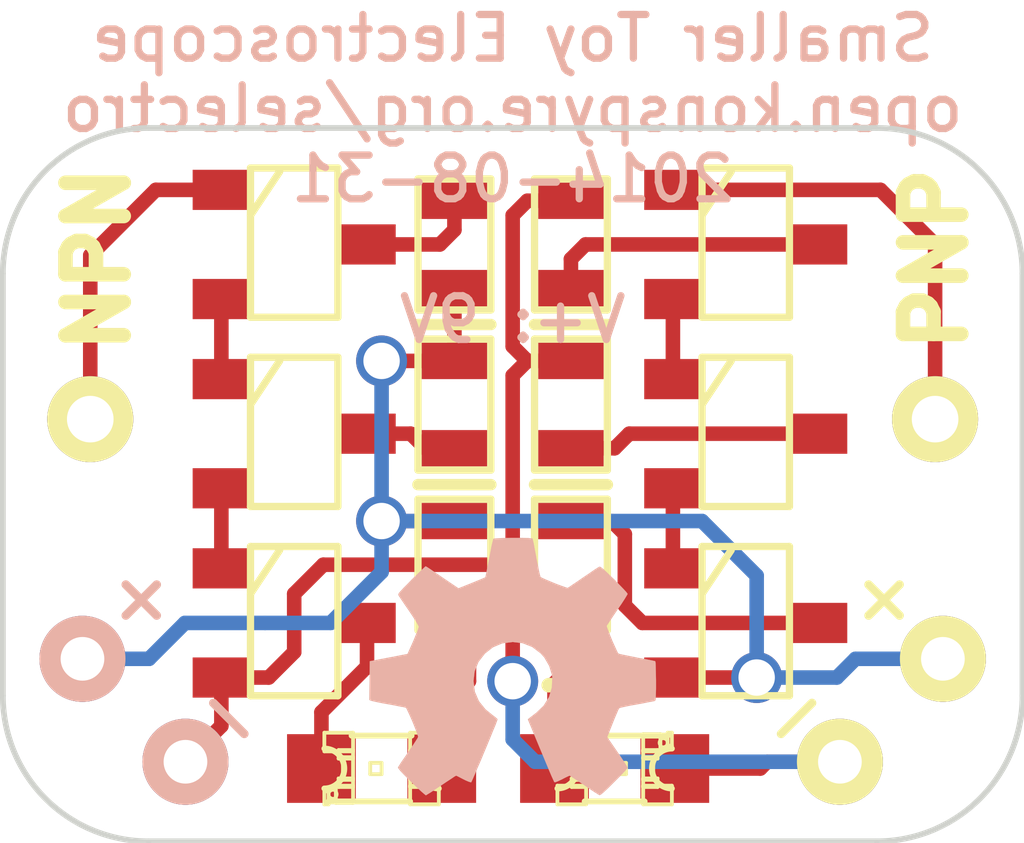
<source format=kicad_pcb>
(kicad_pcb (version 3) (host pcbnew "(2013-june-11)-stable")

  (general
    (links 24)
    (no_connects 0)
    (area 142.040823 168.6941 166.268288 185.778976)
    (thickness 1.6)
    (drawings 17)
    (tracks 79)
    (zones 0)
    (modules 19)
    (nets 17)
  )

  (page A3)
  (layers
    (15 F.Cu signal)
    (0 B.Cu signal)
    (16 B.Adhes user)
    (17 F.Adhes user)
    (18 B.Paste user)
    (19 F.Paste user)
    (20 B.SilkS user)
    (21 F.SilkS user)
    (22 B.Mask user)
    (23 F.Mask user)
    (24 Dwgs.User user)
    (25 Cmts.User user)
    (26 Eco1.User user)
    (27 Eco2.User user hide)
    (28 Edge.Cuts user)
  )

  (setup
    (last_trace_width 0.254)
    (user_trace_width 0.1524)
    (user_trace_width 0.1778)
    (user_trace_width 0.2032)
    (user_trace_width 0.2286)
    (user_trace_width 0.254)
    (trace_clearance 0.1524)
    (zone_clearance 0.1524)
    (zone_45_only no)
    (trace_min 0.1524)
    (segment_width 0.2)
    (edge_width 0.1)
    (via_size 0.889)
    (via_drill 0.635)
    (via_min_size 0.508)
    (via_min_drill 0.3302)
    (uvia_size 0.508)
    (uvia_drill 0.127)
    (uvias_allowed no)
    (uvia_min_size 0.508)
    (uvia_min_drill 0.127)
    (pcb_text_width 0.3)
    (pcb_text_size 1.5 1.5)
    (mod_edge_width 0.15)
    (mod_text_size 1 1)
    (mod_text_width 0.15)
    (pad_size 3.048 3.048)
    (pad_drill 2.6924)
    (pad_to_mask_clearance 0)
    (aux_axis_origin 0 0)
    (visible_elements 7FFFFFBF)
    (pcbplotparams
      (layerselection 284196865)
      (usegerberextensions true)
      (excludeedgelayer true)
      (linewidth 0.150000)
      (plotframeref false)
      (viasonmask false)
      (mode 1)
      (useauxorigin false)
      (hpglpennumber 1)
      (hpglpenspeed 20)
      (hpglpendiameter 15)
      (hpglpenoverlay 2)
      (psnegative false)
      (psa4output false)
      (plotreference true)
      (plotvalue true)
      (plotothertext true)
      (plotinvisibletext false)
      (padsonsilk false)
      (subtractmaskfromsilk false)
      (outputformat 1)
      (mirror false)
      (drillshape 0)
      (scaleselection 1)
      (outputdirectory gerbers/))
  )

  (net 0 "")
  (net 1 GND)
  (net 2 N-000001)
  (net 3 N-0000011)
  (net 4 N-0000012)
  (net 5 N-0000013)
  (net 6 N-0000014)
  (net 7 N-0000015)
  (net 8 N-0000016)
  (net 9 N-000002)
  (net 10 N-000003)
  (net 11 N-000004)
  (net 12 N-000005)
  (net 13 N-000006)
  (net 14 N-000007)
  (net 15 N-000008)
  (net 16 VCC)

  (net_class Default "This is the default net class."
    (clearance 0.1524)
    (trace_width 0.254)
    (via_dia 0.889)
    (via_drill 0.635)
    (uvia_dia 0.508)
    (uvia_drill 0.127)
    (add_net "")
    (add_net GND)
    (add_net N-000001)
    (add_net N-0000011)
    (add_net N-0000012)
    (add_net N-0000013)
    (add_net N-0000014)
    (add_net N-0000015)
    (add_net N-0000016)
    (add_net N-000002)
    (add_net N-000003)
    (add_net N-000004)
    (add_net N-000005)
    (add_net N-000006)
    (add_net N-000007)
    (add_net N-000008)
    (add_net VCC)
  )

  (net_class Min ""
    (clearance 0.1524)
    (trace_width 0.1524)
    (via_dia 0.508)
    (via_drill 0.3302)
    (uvia_dia 0.508)
    (uvia_drill 0.127)
  )

  (module SOT23_INV (layer F.Cu) (tedit 5373038D) (tstamp 535F11DB)
    (at 158.75 174.244 270)
    (descr "SOT_23  PADS 1-2 inverted")
    (tags SOT23)
    (path /52E1F1BD)
    (attr smd)
    (fp_text reference Q5 (at 0 -3.302 360) (layer F.SilkS) hide
      (effects (font (size 0.762 0.762) (thickness 0.127)))
    )
    (fp_text value 2N3906 (at -4.826 -2.54 360) (layer F.SilkS) hide
      (effects (font (size 1.016 1.016) (thickness 0.127)))
    )
    (fp_line (start -0.508 0.762) (end -1.27 0.254) (layer F.SilkS) (width 0.127))
    (fp_line (start 1.27 0.762) (end -1.3335 0.762) (layer F.SilkS) (width 0.127))
    (fp_line (start -1.3335 0.762) (end -1.3335 -0.762) (layer F.SilkS) (width 0.127))
    (fp_line (start -1.3335 -0.762) (end 1.27 -0.762) (layer F.SilkS) (width 0.127))
    (fp_line (start 1.27 -0.762) (end 1.27 0.762) (layer F.SilkS) (width 0.127))
    (pad 3 smd rect (at 0 -1.27 270) (size 0.70104 1.00076)
      (layers F.Cu F.Paste F.Mask)
      (net 5 N-0000013)
    )
    (pad 1 smd rect (at 0.9525 1.27 270) (size 0.70104 1.00076)
      (layers F.Cu F.Paste F.Mask)
      (net 8 N-0000016)
    )
    (pad 2 smd rect (at -0.9525 1.27 270) (size 0.70104 1.00076)
      (layers F.Cu F.Paste F.Mask)
      (net 4 N-0000012)
    )
    (model smd/SOT23_6.wrl
      (at (xyz 0 0 0))
      (scale (xyz 0.11 0.11 0.11))
      (rotate (xyz 0 0 -180))
    )
  )

  (module SOT23_INV (layer F.Cu) (tedit 5373038A) (tstamp 535F11E8)
    (at 150.876 174.244 270)
    (descr "SOT_23  PADS 1-2 inverted")
    (tags SOT23)
    (path /52E1F09D)
    (attr smd)
    (fp_text reference Q2 (at 0 3.048 360) (layer F.SilkS) hide
      (effects (font (size 0.762 0.762) (thickness 0.127)))
    )
    (fp_text value 2N3904 (at -4.826 3.048 360) (layer F.SilkS) hide
      (effects (font (size 1.016 1.016) (thickness 0.127)))
    )
    (fp_line (start -0.508 0.762) (end -1.27 0.254) (layer F.SilkS) (width 0.127))
    (fp_line (start 1.27 0.762) (end -1.3335 0.762) (layer F.SilkS) (width 0.127))
    (fp_line (start -1.3335 0.762) (end -1.3335 -0.762) (layer F.SilkS) (width 0.127))
    (fp_line (start -1.3335 -0.762) (end 1.27 -0.762) (layer F.SilkS) (width 0.127))
    (fp_line (start 1.27 -0.762) (end 1.27 0.762) (layer F.SilkS) (width 0.127))
    (pad 3 smd rect (at 0 -1.27 270) (size 0.70104 1.00076)
      (layers F.Cu F.Paste F.Mask)
      (net 13 N-000006)
    )
    (pad 1 smd rect (at 0.9525 1.27 270) (size 0.70104 1.00076)
      (layers F.Cu F.Paste F.Mask)
      (net 12 N-000005)
    )
    (pad 2 smd rect (at -0.9525 1.27 270) (size 0.70104 1.00076)
      (layers F.Cu F.Paste F.Mask)
      (net 2 N-000001)
    )
    (model smd/SOT23_6.wrl
      (at (xyz 0 0 0))
      (scale (xyz 0.11 0.11 0.11))
      (rotate (xyz 0 0 -180))
    )
  )

  (module SOT23_INV (layer F.Cu) (tedit 532E4513) (tstamp 531CF5C4)
    (at 150.876 180.848 270)
    (descr "SOT_23  PADS 1-2 inverted")
    (tags SOT23)
    (path /52E1F1C9)
    (attr smd)
    (fp_text reference Q6 (at 0 3.302 360) (layer F.SilkS) hide
      (effects (font (size 0.762 0.762) (thickness 0.127)))
    )
    (fp_text value 2N3904 (at -1.016 3.302 360) (layer F.SilkS) hide
      (effects (font (size 0.381 0.381) (thickness 0.0762)))
    )
    (fp_line (start -0.508 0.762) (end -1.27 0.254) (layer F.SilkS) (width 0.127))
    (fp_line (start 1.27 0.762) (end -1.3335 0.762) (layer F.SilkS) (width 0.127))
    (fp_line (start -1.3335 0.762) (end -1.3335 -0.762) (layer F.SilkS) (width 0.127))
    (fp_line (start -1.3335 -0.762) (end 1.27 -0.762) (layer F.SilkS) (width 0.127))
    (fp_line (start 1.27 -0.762) (end 1.27 0.762) (layer F.SilkS) (width 0.127))
    (pad 3 smd rect (at 0 -1.27 270) (size 0.70104 1.00076)
      (layers F.Cu F.Paste F.Mask)
      (net 15 N-000008)
    )
    (pad 1 smd rect (at 0.9525 1.27 270) (size 0.70104 1.00076)
      (layers F.Cu F.Paste F.Mask)
      (net 1 GND)
    )
    (pad 2 smd rect (at -0.9525 1.27 270) (size 0.70104 1.00076)
      (layers F.Cu F.Paste F.Mask)
      (net 11 N-000004)
    )
    (model smd/SOT23_6.wrl
      (at (xyz 0 0 0))
      (scale (xyz 0.11 0.11 0.11))
      (rotate (xyz 0 0 -180))
    )
  )

  (module SOT23_INV (layer F.Cu) (tedit 532E450C) (tstamp 531CF5B7)
    (at 150.876 177.546 270)
    (descr "SOT_23  PADS 1-2 inverted")
    (tags SOT23)
    (path /52E1F1C3)
    (attr smd)
    (fp_text reference Q4 (at 0 3.302 360) (layer F.SilkS) hide
      (effects (font (size 0.762 0.762) (thickness 0.127)))
    )
    (fp_text value 2N3904 (at -1.016 3.302 360) (layer F.SilkS) hide
      (effects (font (size 0.381 0.381) (thickness 0.0762)))
    )
    (fp_line (start -0.508 0.762) (end -1.27 0.254) (layer F.SilkS) (width 0.127))
    (fp_line (start 1.27 0.762) (end -1.3335 0.762) (layer F.SilkS) (width 0.127))
    (fp_line (start -1.3335 0.762) (end -1.3335 -0.762) (layer F.SilkS) (width 0.127))
    (fp_line (start -1.3335 -0.762) (end 1.27 -0.762) (layer F.SilkS) (width 0.127))
    (fp_line (start 1.27 -0.762) (end 1.27 0.762) (layer F.SilkS) (width 0.127))
    (pad 3 smd rect (at 0 -1.27 270) (size 0.70104 1.00076)
      (layers F.Cu F.Paste F.Mask)
      (net 10 N-000003)
    )
    (pad 1 smd rect (at 0.9525 1.27 270) (size 0.70104 1.00076)
      (layers F.Cu F.Paste F.Mask)
      (net 11 N-000004)
    )
    (pad 2 smd rect (at -0.9525 1.27 270) (size 0.70104 1.00076)
      (layers F.Cu F.Paste F.Mask)
      (net 12 N-000005)
    )
    (model smd/SOT23_6.wrl
      (at (xyz 0 0 0))
      (scale (xyz 0.11 0.11 0.11))
      (rotate (xyz 0 0 -180))
    )
  )

  (module SOT23_INV (layer F.Cu) (tedit 532E4504) (tstamp 52F8C7E0)
    (at 158.75 177.546 270)
    (descr "SOT_23  PADS 1-2 inverted")
    (tags SOT23)
    (path /52E1F1B7)
    (attr smd)
    (fp_text reference Q3 (at 0 -3.302 360) (layer F.SilkS) hide
      (effects (font (size 0.762 0.762) (thickness 0.127)))
    )
    (fp_text value 2N3906 (at -1.016 -3.302 360) (layer F.SilkS) hide
      (effects (font (size 0.508 0.508) (thickness 0.127)))
    )
    (fp_line (start -0.508 0.762) (end -1.27 0.254) (layer F.SilkS) (width 0.127))
    (fp_line (start 1.27 0.762) (end -1.3335 0.762) (layer F.SilkS) (width 0.127))
    (fp_line (start -1.3335 0.762) (end -1.3335 -0.762) (layer F.SilkS) (width 0.127))
    (fp_line (start -1.3335 -0.762) (end 1.27 -0.762) (layer F.SilkS) (width 0.127))
    (fp_line (start 1.27 -0.762) (end 1.27 0.762) (layer F.SilkS) (width 0.127))
    (pad 3 smd rect (at 0 -1.27 270) (size 0.70104 1.00076)
      (layers F.Cu F.Paste F.Mask)
      (net 6 N-0000014)
    )
    (pad 1 smd rect (at 0.9525 1.27 270) (size 0.70104 1.00076)
      (layers F.Cu F.Paste F.Mask)
      (net 9 N-000002)
    )
    (pad 2 smd rect (at -0.9525 1.27 270) (size 0.70104 1.00076)
      (layers F.Cu F.Paste F.Mask)
      (net 8 N-0000016)
    )
    (model smd/SOT23_6.wrl
      (at (xyz 0 0 0))
      (scale (xyz 0.11 0.11 0.11))
      (rotate (xyz 0 0 -180))
    )
  )

  (module SOT23_INV (layer F.Cu) (tedit 532E4501) (tstamp 52F8C7ED)
    (at 158.75 180.848 270)
    (descr "SOT_23  PADS 1-2 inverted")
    (tags SOT23)
    (path /52E1F08E)
    (attr smd)
    (fp_text reference Q1 (at 0 -3.302 360) (layer F.SilkS) hide
      (effects (font (size 0.762 0.762) (thickness 0.127)))
    )
    (fp_text value 2N3906 (at -1.016 -3.302 360) (layer F.SilkS) hide
      (effects (font (size 0.508 0.508) (thickness 0.127)))
    )
    (fp_line (start -0.508 0.762) (end -1.27 0.254) (layer F.SilkS) (width 0.127))
    (fp_line (start 1.27 0.762) (end -1.3335 0.762) (layer F.SilkS) (width 0.127))
    (fp_line (start -1.3335 0.762) (end -1.3335 -0.762) (layer F.SilkS) (width 0.127))
    (fp_line (start -1.3335 -0.762) (end 1.27 -0.762) (layer F.SilkS) (width 0.127))
    (fp_line (start 1.27 -0.762) (end 1.27 0.762) (layer F.SilkS) (width 0.127))
    (pad 3 smd rect (at 0 -1.27 270) (size 0.70104 1.00076)
      (layers F.Cu F.Paste F.Mask)
      (net 7 N-0000015)
    )
    (pad 1 smd rect (at 0.9525 1.27 270) (size 0.70104 1.00076)
      (layers F.Cu F.Paste F.Mask)
      (net 16 VCC)
    )
    (pad 2 smd rect (at -0.9525 1.27 270) (size 0.70104 1.00076)
      (layers F.Cu F.Paste F.Mask)
      (net 9 N-000002)
    )
    (model smd/SOT23_6.wrl
      (at (xyz 0 0 0))
      (scale (xyz 0.11 0.11 0.11))
      (rotate (xyz 0 0 -180))
    )
  )

  (module SM0603 (layer F.Cu) (tedit 53F27B67) (tstamp 53492670)
    (at 153.67 179.832 270)
    (path /52E1F1AB)
    (attr smd)
    (fp_text reference R6 (at 0 2.159 270) (layer F.SilkS) hide
      (effects (font (size 0.762 0.762) (thickness 0.1143)))
    )
    (fp_text value 100Ω (at -2.032 1.27 270) (layer F.SilkS) hide
      (effects (font (size 0.762 0.762) (thickness 0.1905)))
    )
    (fp_line (start -1.143 -0.635) (end 1.143 -0.635) (layer F.SilkS) (width 0.127))
    (fp_line (start 1.143 -0.635) (end 1.143 0.635) (layer F.SilkS) (width 0.127))
    (fp_line (start 1.143 0.635) (end -1.143 0.635) (layer F.SilkS) (width 0.127))
    (fp_line (start -1.143 0.635) (end -1.143 -0.635) (layer F.SilkS) (width 0.127))
    (pad 1 smd rect (at -0.762 0 270) (size 0.635 1.143)
      (layers F.Cu F.Paste F.Mask)
      (net 16 VCC)
    )
    (pad 2 smd rect (at 0.762 0 270) (size 0.635 1.143)
      (layers F.Cu F.Paste F.Mask)
      (net 3 N-0000011)
    )
    (model smd\resistors\R0603.wrl
      (at (xyz 0 0 0.001))
      (scale (xyz 0.5 0.5 0.5))
      (rotate (xyz 0 0 0))
    )
  )

  (module SM0603 (layer F.Cu) (tedit 53F27B63) (tstamp 52F87D77)
    (at 153.67 177.038 270)
    (path /52E1F1A5)
    (attr smd)
    (fp_text reference R4 (at 0 2.159 270) (layer F.SilkS) hide
      (effects (font (size 0.762 0.762) (thickness 0.1143)))
    )
    (fp_text value 100KΩ (at -2.032 1.27 270) (layer F.SilkS) hide
      (effects (font (size 0.762 0.762) (thickness 0.1905)))
    )
    (fp_line (start -1.143 -0.635) (end 1.143 -0.635) (layer F.SilkS) (width 0.127))
    (fp_line (start 1.143 -0.635) (end 1.143 0.635) (layer F.SilkS) (width 0.127))
    (fp_line (start 1.143 0.635) (end -1.143 0.635) (layer F.SilkS) (width 0.127))
    (fp_line (start -1.143 0.635) (end -1.143 -0.635) (layer F.SilkS) (width 0.127))
    (pad 1 smd rect (at -0.762 0 270) (size 0.635 1.143)
      (layers F.Cu F.Paste F.Mask)
      (net 16 VCC)
    )
    (pad 2 smd rect (at 0.762 0 270) (size 0.635 1.143)
      (layers F.Cu F.Paste F.Mask)
      (net 10 N-000003)
    )
    (model smd\resistors\R0603.wrl
      (at (xyz 0 0 0.001))
      (scale (xyz 0.5 0.5 0.5))
      (rotate (xyz 0 0 0))
    )
  )

  (module SM0603 (layer F.Cu) (tedit 53F27B6A) (tstamp 52F87D81)
    (at 153.67 174.244 90)
    (path /52E1F19F)
    (attr smd)
    (fp_text reference R2 (at 0 2.032 90) (layer F.SilkS) hide
      (effects (font (size 0.762 0.762) (thickness 0.1143)))
    )
    (fp_text value 1MΩ (at -1.905 1.27 90) (layer F.SilkS) hide
      (effects (font (size 0.762 0.762) (thickness 0.1905)))
    )
    (fp_line (start -1.143 -0.635) (end 1.143 -0.635) (layer F.SilkS) (width 0.127))
    (fp_line (start 1.143 -0.635) (end 1.143 0.635) (layer F.SilkS) (width 0.127))
    (fp_line (start 1.143 0.635) (end -1.143 0.635) (layer F.SilkS) (width 0.127))
    (fp_line (start -1.143 0.635) (end -1.143 -0.635) (layer F.SilkS) (width 0.127))
    (pad 1 smd rect (at -0.762 0 90) (size 0.635 1.143)
      (layers F.Cu F.Paste F.Mask)
      (net 16 VCC)
    )
    (pad 2 smd rect (at 0.762 0 90) (size 0.635 1.143)
      (layers F.Cu F.Paste F.Mask)
      (net 13 N-000006)
    )
    (model smd\resistors\R0603.wrl
      (at (xyz 0 0 0.001))
      (scale (xyz 0.5 0.5 0.5))
      (rotate (xyz 0 0 0))
    )
  )

  (module SM0603 (layer F.Cu) (tedit 53492647) (tstamp 52F87D8B)
    (at 155.702 179.832 270)
    (path /52E1F199)
    (attr smd)
    (fp_text reference R1 (at 0 2.159 270) (layer F.SilkS) hide
      (effects (font (size 0.762 0.762) (thickness 0.1143)))
    )
    (fp_text value 100Ω (at 0 1.27 270) (layer F.SilkS) hide
      (effects (font (size 0.762 0.762) (thickness 0.1143)))
    )
    (fp_line (start -1.143 -0.635) (end 1.143 -0.635) (layer F.SilkS) (width 0.127))
    (fp_line (start 1.143 -0.635) (end 1.143 0.635) (layer F.SilkS) (width 0.127))
    (fp_line (start 1.143 0.635) (end -1.143 0.635) (layer F.SilkS) (width 0.127))
    (fp_line (start -1.143 0.635) (end -1.143 -0.635) (layer F.SilkS) (width 0.127))
    (pad 1 smd rect (at -0.762 0 270) (size 0.635 1.143)
      (layers F.Cu F.Paste F.Mask)
      (net 7 N-0000015)
    )
    (pad 2 smd rect (at 0.762 0 270) (size 0.635 1.143)
      (layers F.Cu F.Paste F.Mask)
      (net 14 N-000007)
    )
    (model smd\resistors\R0603.wrl
      (at (xyz 0 0 0.001))
      (scale (xyz 0.5 0.5 0.5))
      (rotate (xyz 0 0 0))
    )
  )

  (module SM0603 (layer F.Cu) (tedit 53492641) (tstamp 52F87D95)
    (at 155.702 177.038 90)
    (path /52E1F193)
    (attr smd)
    (fp_text reference R3 (at 0 2.159 90) (layer F.SilkS) hide
      (effects (font (size 0.762 0.762) (thickness 0.1143)))
    )
    (fp_text value 100KΩ (at 0 1.27 90) (layer F.SilkS) hide
      (effects (font (size 0.762 0.762) (thickness 0.1143)))
    )
    (fp_line (start -1.143 -0.635) (end 1.143 -0.635) (layer F.SilkS) (width 0.127))
    (fp_line (start 1.143 -0.635) (end 1.143 0.635) (layer F.SilkS) (width 0.127))
    (fp_line (start 1.143 0.635) (end -1.143 0.635) (layer F.SilkS) (width 0.127))
    (fp_line (start -1.143 0.635) (end -1.143 -0.635) (layer F.SilkS) (width 0.127))
    (pad 1 smd rect (at -0.762 0 90) (size 0.635 1.143)
      (layers F.Cu F.Paste F.Mask)
      (net 6 N-0000014)
    )
    (pad 2 smd rect (at 0.762 0 90) (size 0.635 1.143)
      (layers F.Cu F.Paste F.Mask)
      (net 1 GND)
    )
    (model smd\resistors\R0603.wrl
      (at (xyz 0 0 0.001))
      (scale (xyz 0.5 0.5 0.5))
      (rotate (xyz 0 0 0))
    )
  )

  (module SM0603 (layer F.Cu) (tedit 53492684) (tstamp 52F87D9F)
    (at 155.702 174.244 90)
    (path /52E1F0B9)
    (attr smd)
    (fp_text reference R5 (at 0 2.159 90) (layer F.SilkS) hide
      (effects (font (size 0.762 0.762) (thickness 0.1143)))
    )
    (fp_text value 1MΩ (at 0 1.143 90) (layer F.SilkS) hide
      (effects (font (size 0.508 0.4572) (thickness 0.1143)))
    )
    (fp_line (start -1.143 -0.635) (end 1.143 -0.635) (layer F.SilkS) (width 0.127))
    (fp_line (start 1.143 -0.635) (end 1.143 0.635) (layer F.SilkS) (width 0.127))
    (fp_line (start 1.143 0.635) (end -1.143 0.635) (layer F.SilkS) (width 0.127))
    (fp_line (start -1.143 0.635) (end -1.143 -0.635) (layer F.SilkS) (width 0.127))
    (pad 1 smd rect (at -0.762 0 90) (size 0.635 1.143)
      (layers F.Cu F.Paste F.Mask)
      (net 5 N-0000013)
    )
    (pad 2 smd rect (at 0.762 0 90) (size 0.635 1.143)
      (layers F.Cu F.Paste F.Mask)
      (net 1 GND)
    )
    (model smd\resistors\R0603.wrl
      (at (xyz 0 0 0.001))
      (scale (xyz 0.5 0.5 0.5))
      (rotate (xyz 0 0 0))
    )
  )

  (module ANT (layer F.Cu) (tedit 53F27CD3) (tstamp 52F88785)
    (at 162.052 177.292)
    (path /52E82164)
    (fp_text reference ANT2 (at 0 -3.048 90) (layer F.SilkS) hide
      (effects (font (size 1.016 1.016) (thickness 0.15)))
    )
    (fp_text value ANTENNA (at 0.1 2.2) (layer F.SilkS) hide
      (effects (font (size 1 1) (thickness 0.15)))
    )
    (pad 1 thru_hole circle (at 0 0) (size 1.5 1.5) (drill 0.8128)
      (layers *.Cu *.Mask F.SilkS)
      (net 4 N-0000012)
    )
  )

  (module ANT (layer F.Cu) (tedit 53F27CD5) (tstamp 52F8878A)
    (at 147.32 177.292)
    (path /52E82171)
    (fp_text reference ANT1 (at -2.794 -1.016) (layer F.SilkS) hide
      (effects (font (size 1.016 1.016) (thickness 0.15)))
    )
    (fp_text value ANTENNA (at 0.1 2.2) (layer F.SilkS) hide
      (effects (font (size 1 1) (thickness 0.15)))
    )
    (pad 1 thru_hole circle (at 0 0) (size 1.5 1.5) (drill 0.8128)
      (layers *.Cu *.Mask F.SilkS)
      (net 2 N-000001)
    )
  )

  (module LED-0805 (layer F.Cu) (tedit 535F14EE) (tstamp 535ECB17)
    (at 152.4 183.388 180)
    (descr "LED 0805 smd package")
    (tags "LED 0805 SMD")
    (path /52E1F0CA)
    (attr smd)
    (fp_text reference D2 (at 0.127 -1.397 180) (layer F.SilkS) hide
      (effects (font (size 0.762 0.762) (thickness 0.127)))
    )
    (fp_text value LED (at 0 1.27 180) (layer F.SilkS) hide
      (effects (font (size 0.762 0.762) (thickness 0.127)))
    )
    (fp_line (start 0.49784 0.29972) (end 0.49784 0.62484) (layer F.SilkS) (width 0.06604))
    (fp_line (start 0.49784 0.62484) (end 0.99822 0.62484) (layer F.SilkS) (width 0.06604))
    (fp_line (start 0.99822 0.29972) (end 0.99822 0.62484) (layer F.SilkS) (width 0.06604))
    (fp_line (start 0.49784 0.29972) (end 0.99822 0.29972) (layer F.SilkS) (width 0.06604))
    (fp_line (start 0.49784 -0.32258) (end 0.49784 -0.17272) (layer F.SilkS) (width 0.06604))
    (fp_line (start 0.49784 -0.17272) (end 0.7493 -0.17272) (layer F.SilkS) (width 0.06604))
    (fp_line (start 0.7493 -0.32258) (end 0.7493 -0.17272) (layer F.SilkS) (width 0.06604))
    (fp_line (start 0.49784 -0.32258) (end 0.7493 -0.32258) (layer F.SilkS) (width 0.06604))
    (fp_line (start 0.49784 0.17272) (end 0.49784 0.32258) (layer F.SilkS) (width 0.06604))
    (fp_line (start 0.49784 0.32258) (end 0.7493 0.32258) (layer F.SilkS) (width 0.06604))
    (fp_line (start 0.7493 0.17272) (end 0.7493 0.32258) (layer F.SilkS) (width 0.06604))
    (fp_line (start 0.49784 0.17272) (end 0.7493 0.17272) (layer F.SilkS) (width 0.06604))
    (fp_line (start 0.49784 -0.19812) (end 0.49784 0.19812) (layer F.SilkS) (width 0.06604))
    (fp_line (start 0.49784 0.19812) (end 0.6731 0.19812) (layer F.SilkS) (width 0.06604))
    (fp_line (start 0.6731 -0.19812) (end 0.6731 0.19812) (layer F.SilkS) (width 0.06604))
    (fp_line (start 0.49784 -0.19812) (end 0.6731 -0.19812) (layer F.SilkS) (width 0.06604))
    (fp_line (start -0.99822 0.29972) (end -0.99822 0.62484) (layer F.SilkS) (width 0.06604))
    (fp_line (start -0.99822 0.62484) (end -0.49784 0.62484) (layer F.SilkS) (width 0.06604))
    (fp_line (start -0.49784 0.29972) (end -0.49784 0.62484) (layer F.SilkS) (width 0.06604))
    (fp_line (start -0.99822 0.29972) (end -0.49784 0.29972) (layer F.SilkS) (width 0.06604))
    (fp_line (start -0.99822 -0.62484) (end -0.99822 -0.29972) (layer F.SilkS) (width 0.06604))
    (fp_line (start -0.99822 -0.29972) (end -0.49784 -0.29972) (layer F.SilkS) (width 0.06604))
    (fp_line (start -0.49784 -0.62484) (end -0.49784 -0.29972) (layer F.SilkS) (width 0.06604))
    (fp_line (start -0.99822 -0.62484) (end -0.49784 -0.62484) (layer F.SilkS) (width 0.06604))
    (fp_line (start -0.7493 0.17272) (end -0.7493 0.32258) (layer F.SilkS) (width 0.06604))
    (fp_line (start -0.7493 0.32258) (end -0.49784 0.32258) (layer F.SilkS) (width 0.06604))
    (fp_line (start -0.49784 0.17272) (end -0.49784 0.32258) (layer F.SilkS) (width 0.06604))
    (fp_line (start -0.7493 0.17272) (end -0.49784 0.17272) (layer F.SilkS) (width 0.06604))
    (fp_line (start -0.7493 -0.32258) (end -0.7493 -0.17272) (layer F.SilkS) (width 0.06604))
    (fp_line (start -0.7493 -0.17272) (end -0.49784 -0.17272) (layer F.SilkS) (width 0.06604))
    (fp_line (start -0.49784 -0.32258) (end -0.49784 -0.17272) (layer F.SilkS) (width 0.06604))
    (fp_line (start -0.7493 -0.32258) (end -0.49784 -0.32258) (layer F.SilkS) (width 0.06604))
    (fp_line (start -0.6731 -0.19812) (end -0.6731 0.19812) (layer F.SilkS) (width 0.06604))
    (fp_line (start -0.6731 0.19812) (end -0.49784 0.19812) (layer F.SilkS) (width 0.06604))
    (fp_line (start -0.49784 -0.19812) (end -0.49784 0.19812) (layer F.SilkS) (width 0.06604))
    (fp_line (start -0.6731 -0.19812) (end -0.49784 -0.19812) (layer F.SilkS) (width 0.06604))
    (fp_line (start 0 -0.09906) (end 0 0.09906) (layer F.SilkS) (width 0.06604))
    (fp_line (start 0 0.09906) (end 0.19812 0.09906) (layer F.SilkS) (width 0.06604))
    (fp_line (start 0.19812 -0.09906) (end 0.19812 0.09906) (layer F.SilkS) (width 0.06604))
    (fp_line (start 0 -0.09906) (end 0.19812 -0.09906) (layer F.SilkS) (width 0.06604))
    (fp_line (start 0.49784 -0.59944) (end 0.49784 -0.29972) (layer F.SilkS) (width 0.06604))
    (fp_line (start 0.49784 -0.29972) (end 0.79756 -0.29972) (layer F.SilkS) (width 0.06604))
    (fp_line (start 0.79756 -0.59944) (end 0.79756 -0.29972) (layer F.SilkS) (width 0.06604))
    (fp_line (start 0.49784 -0.59944) (end 0.79756 -0.59944) (layer F.SilkS) (width 0.06604))
    (fp_line (start 0.92456 -0.62484) (end 0.92456 -0.39878) (layer F.SilkS) (width 0.06604))
    (fp_line (start 0.92456 -0.39878) (end 0.99822 -0.39878) (layer F.SilkS) (width 0.06604))
    (fp_line (start 0.99822 -0.62484) (end 0.99822 -0.39878) (layer F.SilkS) (width 0.06604))
    (fp_line (start 0.92456 -0.62484) (end 0.99822 -0.62484) (layer F.SilkS) (width 0.06604))
    (fp_line (start 0.52324 0.57404) (end -0.52324 0.57404) (layer F.SilkS) (width 0.1016))
    (fp_line (start -0.49784 -0.57404) (end 0.92456 -0.57404) (layer F.SilkS) (width 0.1016))
    (fp_circle (center 0.84836 -0.44958) (end 0.89916 -0.50038) (layer F.SilkS) (width 0.0508))
    (fp_arc (start 0.99822 0) (end 0.99822 0.34798) (angle 180) (layer F.SilkS) (width 0.1016))
    (fp_arc (start -0.99822 0) (end -0.99822 -0.34798) (angle 180) (layer F.SilkS) (width 0.1016))
    (pad 1 smd rect (at -1.04902 0 180) (size 1.19888 1.19888)
      (layers F.Cu F.Paste F.Mask)
      (net 3 N-0000011)
    )
    (pad 2 smd rect (at 1.04902 0 180) (size 1.19888 1.19888)
      (layers F.Cu F.Paste F.Mask)
      (net 15 N-000008)
    )
  )

  (module LED-0805 (layer F.Cu) (tedit 535F14F2) (tstamp 535ECADB)
    (at 156.464 183.388)
    (descr "LED 0805 smd package")
    (tags "LED 0805 SMD")
    (path /52E1F1B1)
    (attr smd)
    (fp_text reference D1 (at 0.127 1.27) (layer F.SilkS) hide
      (effects (font (size 0.762 0.762) (thickness 0.127)))
    )
    (fp_text value LED (at 0 1.27) (layer F.SilkS) hide
      (effects (font (size 0.762 0.762) (thickness 0.127)))
    )
    (fp_line (start 0.49784 0.29972) (end 0.49784 0.62484) (layer F.SilkS) (width 0.06604))
    (fp_line (start 0.49784 0.62484) (end 0.99822 0.62484) (layer F.SilkS) (width 0.06604))
    (fp_line (start 0.99822 0.29972) (end 0.99822 0.62484) (layer F.SilkS) (width 0.06604))
    (fp_line (start 0.49784 0.29972) (end 0.99822 0.29972) (layer F.SilkS) (width 0.06604))
    (fp_line (start 0.49784 -0.32258) (end 0.49784 -0.17272) (layer F.SilkS) (width 0.06604))
    (fp_line (start 0.49784 -0.17272) (end 0.7493 -0.17272) (layer F.SilkS) (width 0.06604))
    (fp_line (start 0.7493 -0.32258) (end 0.7493 -0.17272) (layer F.SilkS) (width 0.06604))
    (fp_line (start 0.49784 -0.32258) (end 0.7493 -0.32258) (layer F.SilkS) (width 0.06604))
    (fp_line (start 0.49784 0.17272) (end 0.49784 0.32258) (layer F.SilkS) (width 0.06604))
    (fp_line (start 0.49784 0.32258) (end 0.7493 0.32258) (layer F.SilkS) (width 0.06604))
    (fp_line (start 0.7493 0.17272) (end 0.7493 0.32258) (layer F.SilkS) (width 0.06604))
    (fp_line (start 0.49784 0.17272) (end 0.7493 0.17272) (layer F.SilkS) (width 0.06604))
    (fp_line (start 0.49784 -0.19812) (end 0.49784 0.19812) (layer F.SilkS) (width 0.06604))
    (fp_line (start 0.49784 0.19812) (end 0.6731 0.19812) (layer F.SilkS) (width 0.06604))
    (fp_line (start 0.6731 -0.19812) (end 0.6731 0.19812) (layer F.SilkS) (width 0.06604))
    (fp_line (start 0.49784 -0.19812) (end 0.6731 -0.19812) (layer F.SilkS) (width 0.06604))
    (fp_line (start -0.99822 0.29972) (end -0.99822 0.62484) (layer F.SilkS) (width 0.06604))
    (fp_line (start -0.99822 0.62484) (end -0.49784 0.62484) (layer F.SilkS) (width 0.06604))
    (fp_line (start -0.49784 0.29972) (end -0.49784 0.62484) (layer F.SilkS) (width 0.06604))
    (fp_line (start -0.99822 0.29972) (end -0.49784 0.29972) (layer F.SilkS) (width 0.06604))
    (fp_line (start -0.99822 -0.62484) (end -0.99822 -0.29972) (layer F.SilkS) (width 0.06604))
    (fp_line (start -0.99822 -0.29972) (end -0.49784 -0.29972) (layer F.SilkS) (width 0.06604))
    (fp_line (start -0.49784 -0.62484) (end -0.49784 -0.29972) (layer F.SilkS) (width 0.06604))
    (fp_line (start -0.99822 -0.62484) (end -0.49784 -0.62484) (layer F.SilkS) (width 0.06604))
    (fp_line (start -0.7493 0.17272) (end -0.7493 0.32258) (layer F.SilkS) (width 0.06604))
    (fp_line (start -0.7493 0.32258) (end -0.49784 0.32258) (layer F.SilkS) (width 0.06604))
    (fp_line (start -0.49784 0.17272) (end -0.49784 0.32258) (layer F.SilkS) (width 0.06604))
    (fp_line (start -0.7493 0.17272) (end -0.49784 0.17272) (layer F.SilkS) (width 0.06604))
    (fp_line (start -0.7493 -0.32258) (end -0.7493 -0.17272) (layer F.SilkS) (width 0.06604))
    (fp_line (start -0.7493 -0.17272) (end -0.49784 -0.17272) (layer F.SilkS) (width 0.06604))
    (fp_line (start -0.49784 -0.32258) (end -0.49784 -0.17272) (layer F.SilkS) (width 0.06604))
    (fp_line (start -0.7493 -0.32258) (end -0.49784 -0.32258) (layer F.SilkS) (width 0.06604))
    (fp_line (start -0.6731 -0.19812) (end -0.6731 0.19812) (layer F.SilkS) (width 0.06604))
    (fp_line (start -0.6731 0.19812) (end -0.49784 0.19812) (layer F.SilkS) (width 0.06604))
    (fp_line (start -0.49784 -0.19812) (end -0.49784 0.19812) (layer F.SilkS) (width 0.06604))
    (fp_line (start -0.6731 -0.19812) (end -0.49784 -0.19812) (layer F.SilkS) (width 0.06604))
    (fp_line (start 0 -0.09906) (end 0 0.09906) (layer F.SilkS) (width 0.06604))
    (fp_line (start 0 0.09906) (end 0.19812 0.09906) (layer F.SilkS) (width 0.06604))
    (fp_line (start 0.19812 -0.09906) (end 0.19812 0.09906) (layer F.SilkS) (width 0.06604))
    (fp_line (start 0 -0.09906) (end 0.19812 -0.09906) (layer F.SilkS) (width 0.06604))
    (fp_line (start 0.49784 -0.59944) (end 0.49784 -0.29972) (layer F.SilkS) (width 0.06604))
    (fp_line (start 0.49784 -0.29972) (end 0.79756 -0.29972) (layer F.SilkS) (width 0.06604))
    (fp_line (start 0.79756 -0.59944) (end 0.79756 -0.29972) (layer F.SilkS) (width 0.06604))
    (fp_line (start 0.49784 -0.59944) (end 0.79756 -0.59944) (layer F.SilkS) (width 0.06604))
    (fp_line (start 0.92456 -0.62484) (end 0.92456 -0.39878) (layer F.SilkS) (width 0.06604))
    (fp_line (start 0.92456 -0.39878) (end 0.99822 -0.39878) (layer F.SilkS) (width 0.06604))
    (fp_line (start 0.99822 -0.62484) (end 0.99822 -0.39878) (layer F.SilkS) (width 0.06604))
    (fp_line (start 0.92456 -0.62484) (end 0.99822 -0.62484) (layer F.SilkS) (width 0.06604))
    (fp_line (start 0.52324 0.57404) (end -0.52324 0.57404) (layer F.SilkS) (width 0.1016))
    (fp_line (start -0.49784 -0.57404) (end 0.92456 -0.57404) (layer F.SilkS) (width 0.1016))
    (fp_circle (center 0.84836 -0.44958) (end 0.89916 -0.50038) (layer F.SilkS) (width 0.0508))
    (fp_arc (start 0.99822 0) (end 0.99822 0.34798) (angle 180) (layer F.SilkS) (width 0.1016))
    (fp_arc (start -0.99822 0) (end -0.99822 -0.34798) (angle 180) (layer F.SilkS) (width 0.1016))
    (pad 1 smd rect (at -1.04902 0) (size 1.19888 1.19888)
      (layers F.Cu F.Paste F.Mask)
      (net 14 N-000007)
    )
    (pad 2 smd rect (at 1.04902 0) (size 1.19888 1.19888)
      (layers F.Cu F.Paste F.Mask)
      (net 1 GND)
    )
  )

  (module OSHW-logo_silkscreen_5mm (layer B.Cu) (tedit 0) (tstamp 5409D96B)
    (at 154.686 181.61)
    (fp_text reference G*** (at 0 -2.65176) (layer B.SilkS) hide
      (effects (font (size 0.22606 0.22606) (thickness 0.04318)) (justify mirror))
    )
    (fp_text value OSHW-logo_silkscreen_5mm (at 0 2.65176) (layer B.SilkS) hide
      (effects (font (size 0.22606 0.22606) (thickness 0.04318)) (justify mirror))
    )
    (fp_poly (pts (xy -1.51384 2.24536) (xy -1.48844 2.23012) (xy -1.43002 2.19456) (xy -1.3462 2.13868)
      (xy -1.24714 2.07264) (xy -1.14808 2.0066) (xy -1.0668 1.95326) (xy -1.01092 1.91516)
      (xy -0.98552 1.90246) (xy -0.97282 1.90754) (xy -0.9271 1.9304) (xy -0.85852 1.96596)
      (xy -0.81788 1.98628) (xy -0.75692 2.01168) (xy -0.7239 2.0193) (xy -0.71882 2.00914)
      (xy -0.69596 1.96088) (xy -0.6604 1.8796) (xy -0.61468 1.77038) (xy -0.5588 1.64338)
      (xy -0.50292 1.50876) (xy -0.4445 1.36906) (xy -0.38862 1.23444) (xy -0.34036 1.11506)
      (xy -0.29972 1.01854) (xy -0.27432 0.94996) (xy -0.26416 0.92202) (xy -0.2667 0.9144)
      (xy -0.29972 0.88392) (xy -0.35306 0.84328) (xy -0.47244 0.74676) (xy -0.58928 0.60198)
      (xy -0.6604 0.43688) (xy -0.68326 0.25146) (xy -0.66294 0.08128) (xy -0.5969 -0.08128)
      (xy -0.4826 -0.2286) (xy -0.3429 -0.33782) (xy -0.18034 -0.4064) (xy 0 -0.42926)
      (xy 0.17272 -0.40894) (xy 0.34036 -0.3429) (xy 0.48768 -0.23114) (xy 0.55118 -0.16002)
      (xy 0.63754 -0.01016) (xy 0.6858 0.14732) (xy 0.69088 0.18796) (xy 0.68326 0.36322)
      (xy 0.63246 0.5334) (xy 0.53848 0.68326) (xy 0.40894 0.80772) (xy 0.3937 0.81788)
      (xy 0.33528 0.8636) (xy 0.29464 0.89408) (xy 0.26416 0.91948) (xy 0.48768 1.45796)
      (xy 0.52324 1.54178) (xy 0.5842 1.6891) (xy 0.63754 1.8161) (xy 0.68072 1.9177)
      (xy 0.7112 1.98374) (xy 0.7239 2.01168) (xy 0.7239 2.01422) (xy 0.74422 2.01676)
      (xy 0.78486 2.00152) (xy 0.86106 1.96596) (xy 0.90932 1.94056) (xy 0.96774 1.91262)
      (xy 0.99314 1.90246) (xy 1.016 1.91516) (xy 1.06934 1.95072) (xy 1.15062 2.00406)
      (xy 1.24714 2.06756) (xy 1.33858 2.13106) (xy 1.4224 2.18694) (xy 1.48336 2.22504)
      (xy 1.51384 2.24282) (xy 1.51892 2.24282) (xy 1.54432 2.22758) (xy 1.59258 2.18694)
      (xy 1.66624 2.11836) (xy 1.77038 2.01422) (xy 1.78562 1.99898) (xy 1.87198 1.91262)
      (xy 1.94056 1.83896) (xy 1.98628 1.78816) (xy 2.00406 1.7653) (xy 2.00406 1.7653)
      (xy 1.98882 1.73482) (xy 1.95072 1.67386) (xy 1.89484 1.5875) (xy 1.82626 1.48844)
      (xy 1.64846 1.22936) (xy 1.74498 0.98552) (xy 1.77546 0.90932) (xy 1.81356 0.82042)
      (xy 1.8415 0.75438) (xy 1.85674 0.72644) (xy 1.88214 0.71628) (xy 1.95072 0.70104)
      (xy 2.04724 0.68072) (xy 2.16154 0.6604) (xy 2.2733 0.64008) (xy 2.37236 0.61976)
      (xy 2.44348 0.60706) (xy 2.4765 0.59944) (xy 2.48412 0.59436) (xy 2.49174 0.57912)
      (xy 2.49428 0.5461) (xy 2.49682 0.48514) (xy 2.49936 0.39116) (xy 2.49936 0.25146)
      (xy 2.49936 0.23622) (xy 2.49682 0.10668) (xy 2.49428 0) (xy 2.49174 -0.06604)
      (xy 2.48666 -0.09398) (xy 2.48666 -0.09398) (xy 2.45618 -0.1016) (xy 2.38506 -0.11684)
      (xy 2.286 -0.13462) (xy 2.16662 -0.15748) (xy 2.159 -0.16002) (xy 2.04216 -0.18288)
      (xy 1.9431 -0.2032) (xy 1.87198 -0.21844) (xy 1.84404 -0.2286) (xy 1.83642 -0.23622)
      (xy 1.81356 -0.28194) (xy 1.78054 -0.3556) (xy 1.7399 -0.4445) (xy 1.7018 -0.53848)
      (xy 1.66878 -0.6223) (xy 1.64592 -0.68326) (xy 1.6383 -0.7112) (xy 1.64084 -0.71374)
      (xy 1.65862 -0.74168) (xy 1.69926 -0.80264) (xy 1.75514 -0.88646) (xy 1.82372 -0.98806)
      (xy 1.8288 -0.99568) (xy 1.89738 -1.09474) (xy 1.95326 -1.1811) (xy 1.98882 -1.23952)
      (xy 2.00406 -1.26746) (xy 2.00406 -1.27) (xy 1.9812 -1.30048) (xy 1.9304 -1.35636)
      (xy 1.85674 -1.43256) (xy 1.77038 -1.52146) (xy 1.74244 -1.54686) (xy 1.64338 -1.64338)
      (xy 1.57734 -1.70434) (xy 1.53416 -1.73736) (xy 1.51384 -1.74498) (xy 1.51384 -1.74498)
      (xy 1.48336 -1.7272) (xy 1.41986 -1.68656) (xy 1.33604 -1.62814) (xy 1.23444 -1.55956)
      (xy 1.22682 -1.55448) (xy 1.12776 -1.4859) (xy 1.04394 -1.43002) (xy 0.98552 -1.38938)
      (xy 0.95758 -1.37414) (xy 0.95504 -1.37414) (xy 0.9144 -1.38684) (xy 0.84328 -1.41224)
      (xy 0.75438 -1.44526) (xy 0.66294 -1.48336) (xy 0.57912 -1.51892) (xy 0.51562 -1.54686)
      (xy 0.48514 -1.56464) (xy 0.48514 -1.56464) (xy 0.47498 -1.6002) (xy 0.4572 -1.6764)
      (xy 0.43688 -1.778) (xy 0.41148 -1.89992) (xy 0.40894 -1.92024) (xy 0.38608 -2.03962)
      (xy 0.3683 -2.13868) (xy 0.35306 -2.20726) (xy 0.34544 -2.2352) (xy 0.3302 -2.23774)
      (xy 0.27178 -2.24282) (xy 0.18288 -2.24536) (xy 0.07366 -2.24536) (xy -0.0381 -2.24536)
      (xy -0.14732 -2.24282) (xy -0.2413 -2.24028) (xy -0.30988 -2.2352) (xy -0.33782 -2.23012)
      (xy -0.33782 -2.22758) (xy -0.34798 -2.18948) (xy -0.36576 -2.11582) (xy -0.38608 -2.01168)
      (xy -0.40894 -1.88976) (xy -0.41402 -1.8669) (xy -0.43688 -1.75006) (xy -0.4572 -1.651)
      (xy -0.4699 -1.58496) (xy -0.47752 -1.55702) (xy -0.49022 -1.55194) (xy -0.53848 -1.53162)
      (xy -0.61722 -1.4986) (xy -0.71628 -1.45796) (xy -0.94488 -1.36652) (xy -1.22682 -1.55702)
      (xy -1.25222 -1.5748) (xy -1.35382 -1.64338) (xy -1.4351 -1.69926) (xy -1.49352 -1.73736)
      (xy -1.51638 -1.75006) (xy -1.51892 -1.75006) (xy -1.54686 -1.72466) (xy -1.60274 -1.67132)
      (xy -1.67894 -1.59766) (xy -1.76784 -1.5113) (xy -1.83134 -1.44526) (xy -1.91008 -1.36652)
      (xy -1.95834 -1.31318) (xy -1.98628 -1.28016) (xy -1.9939 -1.25984) (xy -1.99136 -1.2446)
      (xy -1.97358 -1.21666) (xy -1.93294 -1.1557) (xy -1.87452 -1.06934) (xy -1.80594 -0.97028)
      (xy -1.75006 -0.88646) (xy -1.6891 -0.79248) (xy -1.651 -0.72644) (xy -1.63576 -0.69342)
      (xy -1.64084 -0.68072) (xy -1.65862 -0.62484) (xy -1.69418 -0.54102) (xy -1.73482 -0.44196)
      (xy -1.83388 -0.22098) (xy -1.97866 -0.19304) (xy -2.06756 -0.17526) (xy -2.18948 -0.1524)
      (xy -2.30886 -0.12954) (xy -2.49174 -0.09398) (xy -2.49936 0.58166) (xy -2.47142 0.59436)
      (xy -2.44348 0.60198) (xy -2.3749 0.61722) (xy -2.27838 0.63754) (xy -2.16154 0.65786)
      (xy -2.06502 0.67564) (xy -1.96596 0.69596) (xy -1.89484 0.70866) (xy -1.86436 0.71628)
      (xy -1.8542 0.72644) (xy -1.83134 0.7747) (xy -1.79578 0.8509) (xy -1.75514 0.94234)
      (xy -1.71704 1.03632) (xy -1.68148 1.12522) (xy -1.65862 1.19126) (xy -1.64846 1.22428)
      (xy -1.66116 1.25222) (xy -1.69926 1.31064) (xy -1.7526 1.39192) (xy -1.82118 1.49098)
      (xy -1.88722 1.5875) (xy -1.94564 1.67132) (xy -1.98374 1.73228) (xy -2.00152 1.76022)
      (xy -1.99136 1.778) (xy -1.95326 1.82626) (xy -1.8796 1.90246) (xy -1.76784 2.01168)
      (xy -1.75006 2.02946) (xy -1.6637 2.11328) (xy -1.59004 2.18186) (xy -1.5367 2.22758)
      (xy -1.51384 2.24536)) (layer B.SilkS) (width 0.00254))
  )

  (module BATT_CONN_SIMPLE (layer F.Cu) (tedit 5403D41C) (tstamp 53F2893E)
    (at 161.29 182.372 225)
    (path /52EEA698)
    (fp_text reference BT1 (at 0 -2.286 225) (layer F.SilkS) hide
      (effects (font (size 1 1) (thickness 0.15)))
    )
    (fp_text value BATTERY (at 0 1.524 225) (layer F.SilkS) hide
      (effects (font (size 0.635 0.635) (thickness 0.0635)))
    )
    (fp_text user - (at 1.27 1.143 225) (layer F.SilkS)
      (effects (font (size 1 1) (thickness 0.15)))
    )
    (fp_text user + (at -1.27 1.524 225) (layer F.SilkS)
      (effects (font (size 1 1) (thickness 0.15)))
    )
    (pad 1 thru_hole circle (at -1.27 0 225) (size 1.5 1.5) (drill 0.762)
      (layers *.Cu *.Mask F.SilkS)
      (net 16 VCC)
    )
    (pad 2 thru_hole circle (at 1.27 0 225) (size 1.5 1.5) (drill 0.762)
      (layers *.Cu *.Mask F.SilkS)
      (net 1 GND)
    )
  )

  (module BATT_CONN_SIMPLE (layer B.Cu) (tedit 5403D41C) (tstamp 5409DAD8)
    (at 148.082 182.372 315)
    (path /52EEA698)
    (fp_text reference BT1 (at 0 2.286 315) (layer B.SilkS) hide
      (effects (font (size 1 1) (thickness 0.15)) (justify mirror))
    )
    (fp_text value BATTERY (at 0 -1.524 315) (layer B.SilkS) hide
      (effects (font (size 0.635 0.635) (thickness 0.0635)) (justify mirror))
    )
    (fp_text user - (at 1.27 -1.143 315) (layer B.SilkS)
      (effects (font (size 1 1) (thickness 0.15)) (justify mirror))
    )
    (fp_text user + (at -1.27 -1.524 315) (layer B.SilkS)
      (effects (font (size 1 1) (thickness 0.15)) (justify mirror))
    )
    (pad 1 thru_hole circle (at -1.27 0 315) (size 1.5 1.5) (drill 0.762)
      (layers *.Cu *.Mask B.SilkS)
      (net 16 VCC)
    )
    (pad 2 thru_hole circle (at 1.27 0 315) (size 1.5 1.5) (drill 0.762)
      (layers *.Cu *.Mask B.SilkS)
      (net 1 GND)
    )
  )

  (gr_line (start 154.305 175.641) (end 153.035 175.641) (angle 90) (layer F.SilkS) (width 0.2))
  (gr_line (start 155.067 175.641) (end 156.337 175.641) (angle 90) (layer F.SilkS) (width 0.2))
  (gr_line (start 155.067 178.435) (end 156.337 178.435) (angle 90) (layer F.SilkS) (width 0.2))
  (gr_line (start 153.035 178.435) (end 154.305 178.435) (angle 90) (layer F.SilkS) (width 0.2))
  (gr_text + (at 155.702 181.864) (layer F.SilkS)
    (effects (font (size 1.016 1.016) (thickness 0.254)))
  )
  (gr_text + (at 153.162 181.864) (layer F.SilkS)
    (effects (font (size 1.016 1.016) (thickness 0.254)))
  )
  (gr_text "Smaller Toy Electroscope\nopen.konspyre.org/selectro\n2014-08-31\n\nV+: 9V" (at 154.686 173.101) (layer B.SilkS)
    (effects (font (size 0.762 0.762) (thickness 0.127)) (justify mirror))
  )
  (gr_line (start 145.796 174.752) (end 145.796 182.118) (angle 90) (layer Edge.Cuts) (width 0.1))
  (gr_line (start 161.036 172.212) (end 148.336 172.212) (angle 90) (layer Edge.Cuts) (width 0.1))
  (gr_line (start 163.576 182.118) (end 163.576 174.752) (angle 90) (layer Edge.Cuts) (width 0.1))
  (gr_line (start 148.336 184.658) (end 161.036 184.658) (angle 90) (layer Edge.Cuts) (width 0.1))
  (gr_arc (start 161.036 174.752) (end 161.036 172.212) (angle 90) (layer Edge.Cuts) (width 0.1))
  (gr_arc (start 161.036 182.118) (end 163.576 182.118) (angle 90) (layer Edge.Cuts) (width 0.1))
  (gr_arc (start 148.336 182.118) (end 148.336 184.658) (angle 90) (layer Edge.Cuts) (width 0.1))
  (gr_arc (start 148.336 174.752) (end 145.796 174.752) (angle 90) (layer Edge.Cuts) (width 0.1))
  (gr_text PNP (at 162.052 174.498 90) (layer F.SilkS)
    (effects (font (size 1.016 1.016) (thickness 0.254)))
  )
  (gr_text NPN (at 147.447 174.498 90) (layer F.SilkS)
    (effects (font (size 1.016 1.016) (thickness 0.254)))
  )

  (segment (start 149.606 181.8005) (end 149.606 182.644052) (width 0.254) (layer F.Cu) (net 1))
  (segment (start 149.606 182.644052) (end 148.980026 183.270026) (width 0.254) (layer F.Cu) (net 1) (tstamp 5409DB62))
  (segment (start 154.432 179.832) (end 154.686 179.578) (width 0.254) (layer F.Cu) (net 1) (tstamp 5400FC99))
  (segment (start 151.384 179.832) (end 154.432 179.832) (width 0.254) (layer F.Cu) (net 1) (tstamp 5400FC97))
  (segment (start 160.391974 183.270026) (end 159.121974 183.270026) (width 0.254) (layer F.Cu) (net 1))
  (segment (start 159.121974 183.270026) (end 159.004 183.388) (width 0.254) (layer F.Cu) (net 1) (tstamp 5400F592))
  (segment (start 159.004 183.388) (end 157.51302 183.388) (width 0.254) (layer F.Cu) (net 1) (tstamp 5400F597))
  (segment (start 154.686 181.864) (end 154.686 182.88) (width 0.254) (layer B.Cu) (net 1))
  (segment (start 154.686 182.88) (end 155.076026 183.270026) (width 0.254) (layer B.Cu) (net 1) (tstamp 5400F583))
  (segment (start 155.076026 183.270026) (end 160.391974 183.270026) (width 0.254) (layer B.Cu) (net 1) (tstamp 5400F586))
  (segment (start 154.686 179.578) (end 154.686 181.864) (width 0.254) (layer F.Cu) (net 1))
  (via (at 154.686 181.864) (size 0.889) (layers F.Cu B.Cu) (net 1))
  (segment (start 155.702 176.276) (end 154.94 176.276) (width 0.254) (layer F.Cu) (net 1))
  (segment (start 154.94 176.276) (end 154.686 176.53) (width 0.254) (layer F.Cu) (net 1) (tstamp 5400F474))
  (segment (start 154.686 176.53) (end 154.686 179.578) (width 0.254) (layer F.Cu) (net 1) (tstamp 5400F478))
  (segment (start 155.702 173.482) (end 154.94 173.482) (width 0.254) (layer F.Cu) (net 1))
  (segment (start 154.94 173.482) (end 154.686 173.736) (width 0.254) (layer F.Cu) (net 1) (tstamp 53F28296))
  (segment (start 154.686 173.736) (end 154.686 176.022) (width 0.254) (layer F.Cu) (net 1) (tstamp 53F28299))
  (segment (start 154.686 176.022) (end 154.94 176.276) (width 0.254) (layer F.Cu) (net 1) (tstamp 53F2829B))
  (segment (start 149.606 181.8005) (end 150.4315 181.8005) (width 0.254) (layer F.Cu) (net 1))
  (segment (start 150.876 180.34) (end 151.384 179.832) (width 0.254) (layer F.Cu) (net 1) (tstamp 5400FC91))
  (segment (start 150.876 181.356) (end 150.876 180.34) (width 0.254) (layer F.Cu) (net 1) (tstamp 5400FC8F))
  (segment (start 150.4315 181.8005) (end 150.876 181.356) (width 0.254) (layer F.Cu) (net 1) (tstamp 5400FC8D))
  (segment (start 148.463 173.2915) (end 149.606 173.2915) (width 0.254) (layer F.Cu) (net 2) (tstamp 53F2907B))
  (segment (start 147.32 174.4345) (end 148.463 173.2915) (width 0.254) (layer F.Cu) (net 2) (tstamp 53F2906C))
  (segment (start 147.32 177.292) (end 147.32 174.4345) (width 0.254) (layer F.Cu) (net 2))
  (segment (start 153.44902 183.388) (end 153.44902 182.33898) (width 0.254) (layer F.Cu) (net 3))
  (segment (start 153.924 181.864) (end 153.924 180.594) (width 0.254) (layer F.Cu) (net 3) (tstamp 53F27EA1))
  (segment (start 153.44902 182.33898) (end 153.924 181.864) (width 0.254) (layer F.Cu) (net 3) (tstamp 53F27EA0))
  (segment (start 157.48 173.2915) (end 161.0995 173.2915) (width 0.254) (layer F.Cu) (net 4))
  (segment (start 162.052 174.244) (end 162.052 177.292) (width 0.254) (layer F.Cu) (net 4) (tstamp 53F27EBD))
  (segment (start 161.0995 173.2915) (end 162.052 174.244) (width 0.254) (layer F.Cu) (net 4) (tstamp 53F27EBC))
  (segment (start 155.702 175.006) (end 155.702 174.498) (width 0.254) (layer F.Cu) (net 5))
  (segment (start 155.956 174.244) (end 160.02 174.244) (width 0.254) (layer F.Cu) (net 5) (tstamp 53F281F9))
  (segment (start 155.702 174.498) (end 155.956 174.244) (width 0.254) (layer F.Cu) (net 5) (tstamp 53F281F6))
  (segment (start 155.702 177.8) (end 156.464 177.8) (width 0.254) (layer F.Cu) (net 6))
  (segment (start 156.718 177.546) (end 160.02 177.546) (width 0.254) (layer F.Cu) (net 6) (tstamp 53F281C9))
  (segment (start 156.464 177.8) (end 156.718 177.546) (width 0.254) (layer F.Cu) (net 6) (tstamp 53F281BF))
  (segment (start 155.702 179.07) (end 156.4132 179.07) (width 0.254) (layer F.Cu) (net 7))
  (segment (start 156.4132 179.07) (end 156.6418 179.2986) (width 0.254) (layer F.Cu) (net 7) (tstamp 53F27EF8))
  (segment (start 156.6418 179.2986) (end 156.6418 180.5432) (width 0.254) (layer F.Cu) (net 7) (tstamp 53F27EF9))
  (segment (start 156.6418 180.5432) (end 156.9466 180.848) (width 0.254) (layer F.Cu) (net 7) (tstamp 53F27EFA))
  (segment (start 156.9466 180.848) (end 160.02 180.848) (width 0.254) (layer F.Cu) (net 7) (tstamp 53F27EFB))
  (segment (start 157.48 175.1965) (end 157.48 176.5935) (width 0.254) (layer F.Cu) (net 8))
  (segment (start 157.48 178.4985) (end 157.48 179.8955) (width 0.254) (layer F.Cu) (net 9))
  (segment (start 152.146 177.546) (end 152.908 177.546) (width 0.254) (layer F.Cu) (net 10))
  (segment (start 153.162 177.8) (end 153.67 177.8) (width 0.254) (layer F.Cu) (net 10) (tstamp 53F2827F))
  (segment (start 152.908 177.546) (end 153.162 177.8) (width 0.254) (layer F.Cu) (net 10) (tstamp 53F2827E))
  (segment (start 149.606 178.4985) (end 149.606 179.8955) (width 0.254) (layer F.Cu) (net 11))
  (segment (start 149.606 175.1965) (end 149.606 176.5935) (width 0.254) (layer F.Cu) (net 12))
  (segment (start 152.146 174.244) (end 153.416 174.244) (width 0.254) (layer F.Cu) (net 13))
  (segment (start 153.67 173.99) (end 153.67 173.482) (width 0.254) (layer F.Cu) (net 13) (tstamp 53F28284))
  (segment (start 153.416 174.244) (end 153.67 173.99) (width 0.254) (layer F.Cu) (net 13) (tstamp 53F28283))
  (segment (start 155.41498 183.388) (end 155.41498 181.89702) (width 0.254) (layer F.Cu) (net 14))
  (segment (start 155.702 181.61) (end 155.702 180.594) (width 0.254) (layer F.Cu) (net 14) (tstamp 53F27EA5))
  (segment (start 155.41498 181.89702) (end 155.702 181.61) (width 0.254) (layer F.Cu) (net 14) (tstamp 53F27EA4))
  (segment (start 151.35098 183.388) (end 151.35098 182.40502) (width 0.254) (layer F.Cu) (net 15))
  (segment (start 152.146 181.61) (end 152.146 180.848) (width 0.254) (layer F.Cu) (net 15) (tstamp 53F27E9D))
  (segment (start 151.35098 182.40502) (end 152.146 181.61) (width 0.254) (layer F.Cu) (net 15) (tstamp 53F27E9C))
  (segment (start 147.183974 181.473974) (end 148.345026 181.473974) (width 0.254) (layer B.Cu) (net 16))
  (segment (start 152.4 179.959) (end 152.4 179.07) (width 0.254) (layer B.Cu) (net 16) (tstamp 5409DB5D))
  (segment (start 151.511 180.848) (end 152.4 179.959) (width 0.254) (layer B.Cu) (net 16) (tstamp 5409DB5C))
  (segment (start 150.368 180.848) (end 151.511 180.848) (width 0.254) (layer B.Cu) (net 16) (tstamp 5409DB5B))
  (segment (start 148.971 180.848) (end 150.368 180.848) (width 0.254) (layer B.Cu) (net 16) (tstamp 5409DB5A))
  (segment (start 148.345026 181.473974) (end 148.971 180.848) (width 0.254) (layer B.Cu) (net 16) (tstamp 5409DB59))
  (segment (start 158.9405 180.0225) (end 158.9405 181.8005) (width 0.254) (layer B.Cu) (net 16) (tstamp 5400F526))
  (segment (start 157.988 179.07) (end 158.9405 180.0225) (width 0.254) (layer B.Cu) (net 16) (tstamp 5400F520))
  (segment (start 152.4 179.07) (end 157.988 179.07) (width 0.254) (layer B.Cu) (net 16))
  (segment (start 162.188026 181.473974) (end 160.664026 181.473974) (width 0.254) (layer B.Cu) (net 16))
  (segment (start 160.664026 181.473974) (end 160.3375 181.8005) (width 0.254) (layer B.Cu) (net 16) (tstamp 5400F4EC))
  (segment (start 160.3375 181.8005) (end 158.9405 181.8005) (width 0.254) (layer B.Cu) (net 16) (tstamp 5400F4EE))
  (via (at 158.9405 181.8005) (size 0.889) (layers F.Cu B.Cu) (net 16))
  (segment (start 158.9405 181.8005) (end 157.48 181.8005) (width 0.254) (layer F.Cu) (net 16))
  (segment (start 152.4 176.276) (end 152.4 179.07) (width 0.254) (layer B.Cu) (net 16))
  (segment (start 152.4 176.276) (end 153.67 176.276) (width 0.254) (layer F.Cu) (net 16))
  (via (at 152.4 176.276) (size 0.889) (layers F.Cu B.Cu) (net 16))
  (via (at 152.4 179.07) (size 0.889) (layers F.Cu B.Cu) (net 16))
  (segment (start 153.924 179.07) (end 152.4 179.07) (width 0.254) (layer F.Cu) (net 16))
  (segment (start 153.67 175.006) (end 153.67 176.276) (width 0.254) (layer F.Cu) (net 16))

)

</source>
